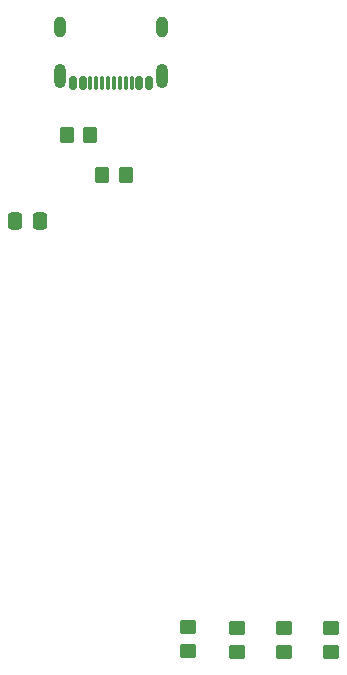
<source format=gbr>
%TF.GenerationSoftware,KiCad,Pcbnew,9.0.2*%
%TF.CreationDate,2025-11-26T15:53:52-08:00*%
%TF.ProjectId,ECE411_1,45434534-3131-45f3-912e-6b696361645f,3.0*%
%TF.SameCoordinates,Original*%
%TF.FileFunction,Paste,Top*%
%TF.FilePolarity,Positive*%
%FSLAX46Y46*%
G04 Gerber Fmt 4.6, Leading zero omitted, Abs format (unit mm)*
G04 Created by KiCad (PCBNEW 9.0.2) date 2025-11-26 15:53:52*
%MOMM*%
%LPD*%
G01*
G04 APERTURE LIST*
G04 Aperture macros list*
%AMRoundRect*
0 Rectangle with rounded corners*
0 $1 Rounding radius*
0 $2 $3 $4 $5 $6 $7 $8 $9 X,Y pos of 4 corners*
0 Add a 4 corners polygon primitive as box body*
4,1,4,$2,$3,$4,$5,$6,$7,$8,$9,$2,$3,0*
0 Add four circle primitives for the rounded corners*
1,1,$1+$1,$2,$3*
1,1,$1+$1,$4,$5*
1,1,$1+$1,$6,$7*
1,1,$1+$1,$8,$9*
0 Add four rect primitives between the rounded corners*
20,1,$1+$1,$2,$3,$4,$5,0*
20,1,$1+$1,$4,$5,$6,$7,0*
20,1,$1+$1,$6,$7,$8,$9,0*
20,1,$1+$1,$8,$9,$2,$3,0*%
G04 Aperture macros list end*
%ADD10RoundRect,0.150000X0.150000X0.425000X-0.150000X0.425000X-0.150000X-0.425000X0.150000X-0.425000X0*%
%ADD11RoundRect,0.075000X0.075000X0.500000X-0.075000X0.500000X-0.075000X-0.500000X0.075000X-0.500000X0*%
%ADD12O,1.000000X2.100000*%
%ADD13O,1.000000X1.800000*%
%ADD14RoundRect,0.250000X-0.337500X-0.475000X0.337500X-0.475000X0.337500X0.475000X-0.337500X0.475000X0*%
%ADD15RoundRect,0.250000X0.450000X-0.350000X0.450000X0.350000X-0.450000X0.350000X-0.450000X-0.350000X0*%
%ADD16RoundRect,0.250000X0.350000X0.450000X-0.350000X0.450000X-0.350000X-0.450000X0.350000X-0.450000X0*%
G04 APERTURE END LIST*
D10*
%TO.C,J4*%
X126700000Y-92680000D03*
X125900000Y-92680000D03*
D11*
X124750000Y-92680000D03*
X123750000Y-92680000D03*
X123250000Y-92680000D03*
X122250000Y-92680000D03*
D10*
X121100000Y-92680000D03*
X120300000Y-92680000D03*
X120300000Y-92680000D03*
X121100000Y-92680000D03*
D11*
X121750000Y-92680000D03*
X122750000Y-92680000D03*
X124250000Y-92680000D03*
X125250000Y-92680000D03*
D10*
X125900000Y-92680000D03*
X126700000Y-92680000D03*
D12*
X127820000Y-92105000D03*
D13*
X127820000Y-87925000D03*
D12*
X119180000Y-92105000D03*
D13*
X119180000Y-87925000D03*
%TD*%
D14*
%TO.C,C1*%
X115381778Y-104363722D03*
X117456778Y-104363722D03*
%TD*%
D15*
%TO.C,R1*%
X142127947Y-140840659D03*
X142127947Y-138840659D03*
%TD*%
D16*
%TO.C,R6*%
X121755087Y-97089021D03*
X119755087Y-97089021D03*
%TD*%
D15*
%TO.C,R2*%
X138127947Y-140840659D03*
X138127947Y-138840659D03*
%TD*%
D16*
%TO.C,R5*%
X124745810Y-100500000D03*
X122745810Y-100500000D03*
%TD*%
D15*
%TO.C,R4*%
X129975070Y-140744634D03*
X129975070Y-138744634D03*
%TD*%
%TO.C,R3*%
X134127947Y-140840659D03*
X134127947Y-138840659D03*
%TD*%
M02*

</source>
